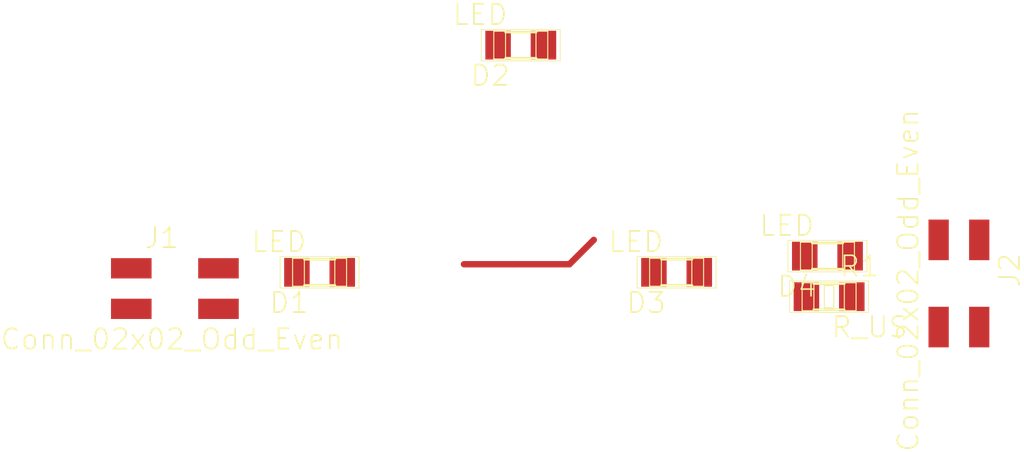
<source format=kicad_pcb>
(kicad_pcb (version 20171130) (host pcbnew 5.0.1)

  (general
    (thickness 1.6)
    (drawings 0)
    (tracks 3)
    (zones 0)
    (modules 7)
    (nets 11)
  )

  (page A4)
  (layers
    (0 F.Cu signal)
    (31 B.Cu signal)
    (32 B.Adhes user)
    (33 F.Adhes user)
    (34 B.Paste user)
    (35 F.Paste user)
    (36 B.SilkS user)
    (37 F.SilkS user)
    (38 B.Mask user)
    (39 F.Mask user)
    (40 Dwgs.User user)
    (41 Cmts.User user)
    (42 Eco1.User user)
    (43 Eco2.User user)
    (44 Edge.Cuts user)
    (45 Margin user)
    (46 B.CrtYd user)
    (47 F.CrtYd user)
    (48 B.Fab user)
    (49 F.Fab user)
  )

  (setup
    (last_trace_width 0.4)
    (trace_clearance 0.4)
    (zone_clearance 0.508)
    (zone_45_only no)
    (trace_min 0.4)
    (segment_width 0.2)
    (edge_width 0.15)
    (via_size 0.8)
    (via_drill 0.4)
    (via_min_size 0.4)
    (via_min_drill 0.3)
    (uvia_size 0.3)
    (uvia_drill 0.1)
    (uvias_allowed no)
    (uvia_min_size 0.2)
    (uvia_min_drill 0.1)
    (pcb_text_width 0.3)
    (pcb_text_size 1.5 1.5)
    (mod_edge_width 0.15)
    (mod_text_size 1 1)
    (mod_text_width 0.15)
    (pad_size 1.524 1.524)
    (pad_drill 0.762)
    (pad_to_mask_clearance 0.051)
    (solder_mask_min_width 0.25)
    (aux_axis_origin 0 0)
    (visible_elements FFFFFF7F)
    (pcbplotparams
      (layerselection 0x010fc_ffffffff)
      (usegerberextensions false)
      (usegerberattributes false)
      (usegerberadvancedattributes false)
      (creategerberjobfile false)
      (excludeedgelayer true)
      (linewidth 0.100000)
      (plotframeref false)
      (viasonmask false)
      (mode 1)
      (useauxorigin false)
      (hpglpennumber 1)
      (hpglpenspeed 20)
      (hpglpendiameter 15.000000)
      (psnegative false)
      (psa4output false)
      (plotreference true)
      (plotvalue true)
      (plotinvisibletext false)
      (padsonsilk false)
      (subtractmaskfromsilk false)
      (outputformat 1)
      (mirror false)
      (drillshape 1)
      (scaleselection 1)
      (outputdirectory ""))
  )

  (net 0 "")
  (net 1 "Net-(D1-Pad1)")
  (net 2 +5V)
  (net 3 "Net-(D2-Pad1)")
  (net 4 "Net-(D3-Pad1)")
  (net 5 "Net-(D4-Pad1)")
  (net 6 Earth)
  (net 7 "Net-(J1-Pad3)")
  (net 8 "Net-(J1-Pad4)")
  (net 9 "Net-(J2-Pad4)")
  (net 10 "Net-(J2-Pad3)")

  (net_class Default "This is the default net class."
    (clearance 0.4)
    (trace_width 0.4)
    (via_dia 0.8)
    (via_drill 0.4)
    (uvia_dia 0.3)
    (uvia_drill 0.1)
    (diff_pair_gap 0.25)
    (diff_pair_width 0.4)
    (add_net +5V)
    (add_net Earth)
    (add_net "Net-(D1-Pad1)")
    (add_net "Net-(D2-Pad1)")
    (add_net "Net-(D3-Pad1)")
    (add_net "Net-(D4-Pad1)")
    (add_net "Net-(J1-Pad3)")
    (add_net "Net-(J1-Pad4)")
    (add_net "Net-(J2-Pad3)")
    (add_net "Net-(J2-Pad4)")
  )

  (module fab:fab-LED1206 (layer F.Cu) (tedit 200000) (tstamp 5C1201F5)
    (at 126.59614 145.288 180)
    (descr "LED 1206 PADS (STANDARD PATTERN)")
    (tags "LED 1206 PADS (STANDARD PATTERN)")
    (path /5C08640E)
    (attr smd)
    (fp_text reference D1 (at 1.905 -1.905 180) (layer F.SilkS)
      (effects (font (size 1.27 1.27) (thickness 0.1016)))
    )
    (fp_text value LED (at 2.54 1.905 180) (layer F.SilkS)
      (effects (font (size 1.27 1.27) (thickness 0.1016)))
    )
    (fp_line (start -1.6891 0.8763) (end -0.9525 0.8763) (layer F.SilkS) (width 0.06604))
    (fp_line (start -0.9525 0.8763) (end -0.9525 -0.8763) (layer F.SilkS) (width 0.06604))
    (fp_line (start -1.6891 -0.8763) (end -0.9525 -0.8763) (layer F.SilkS) (width 0.06604))
    (fp_line (start -1.6891 0.8763) (end -1.6891 -0.8763) (layer F.SilkS) (width 0.06604))
    (fp_line (start 0.9525 0.8763) (end 1.6891 0.8763) (layer F.SilkS) (width 0.06604))
    (fp_line (start 1.6891 0.8763) (end 1.6891 -0.8763) (layer F.SilkS) (width 0.06604))
    (fp_line (start 0.9525 -0.8763) (end 1.6891 -0.8763) (layer F.SilkS) (width 0.06604))
    (fp_line (start 0.9525 0.8763) (end 0.9525 -0.8763) (layer F.SilkS) (width 0.06604))
    (fp_line (start 0.9525 0.8128) (end -0.9652 0.8128) (layer F.SilkS) (width 0.1524))
    (fp_line (start 0.9525 -0.8128) (end -0.9652 -0.8128) (layer F.SilkS) (width 0.1524))
    (fp_line (start -2.47142 -0.98298) (end 2.47142 -0.98298) (layer F.SilkS) (width 0.0508))
    (fp_line (start 2.47142 -0.98298) (end 2.47142 0.98298) (layer F.SilkS) (width 0.0508))
    (fp_line (start 2.47142 0.98298) (end -2.47142 0.98298) (layer F.SilkS) (width 0.0508))
    (fp_line (start -2.47142 0.98298) (end -2.47142 -0.98298) (layer F.SilkS) (width 0.0508))
    (pad 1 smd rect (at -1.41986 0 180) (size 1.59766 1.80086) (layers F.Cu F.Paste F.Mask)
      (net 1 "Net-(D1-Pad1)"))
    (pad 2 smd rect (at 1.41986 0 180) (size 1.59766 1.80086) (layers F.Cu F.Paste F.Mask)
      (net 2 +5V))
  )

  (module fab:fab-LED1206 (layer F.Cu) (tedit 200000) (tstamp 5C120209)
    (at 139.192 131.064 180)
    (descr "LED 1206 PADS (STANDARD PATTERN)")
    (tags "LED 1206 PADS (STANDARD PATTERN)")
    (path /5C0864E0)
    (attr smd)
    (fp_text reference D2 (at 1.905 -1.905 180) (layer F.SilkS)
      (effects (font (size 1.27 1.27) (thickness 0.1016)))
    )
    (fp_text value LED (at 2.54 1.905 180) (layer F.SilkS)
      (effects (font (size 1.27 1.27) (thickness 0.1016)))
    )
    (fp_line (start -2.47142 0.98298) (end -2.47142 -0.98298) (layer F.SilkS) (width 0.0508))
    (fp_line (start 2.47142 0.98298) (end -2.47142 0.98298) (layer F.SilkS) (width 0.0508))
    (fp_line (start 2.47142 -0.98298) (end 2.47142 0.98298) (layer F.SilkS) (width 0.0508))
    (fp_line (start -2.47142 -0.98298) (end 2.47142 -0.98298) (layer F.SilkS) (width 0.0508))
    (fp_line (start 0.9525 -0.8128) (end -0.9652 -0.8128) (layer F.SilkS) (width 0.1524))
    (fp_line (start 0.9525 0.8128) (end -0.9652 0.8128) (layer F.SilkS) (width 0.1524))
    (fp_line (start 0.9525 0.8763) (end 0.9525 -0.8763) (layer F.SilkS) (width 0.06604))
    (fp_line (start 0.9525 -0.8763) (end 1.6891 -0.8763) (layer F.SilkS) (width 0.06604))
    (fp_line (start 1.6891 0.8763) (end 1.6891 -0.8763) (layer F.SilkS) (width 0.06604))
    (fp_line (start 0.9525 0.8763) (end 1.6891 0.8763) (layer F.SilkS) (width 0.06604))
    (fp_line (start -1.6891 0.8763) (end -1.6891 -0.8763) (layer F.SilkS) (width 0.06604))
    (fp_line (start -1.6891 -0.8763) (end -0.9525 -0.8763) (layer F.SilkS) (width 0.06604))
    (fp_line (start -0.9525 0.8763) (end -0.9525 -0.8763) (layer F.SilkS) (width 0.06604))
    (fp_line (start -1.6891 0.8763) (end -0.9525 0.8763) (layer F.SilkS) (width 0.06604))
    (pad 2 smd rect (at 1.41986 0 180) (size 1.59766 1.80086) (layers F.Cu F.Paste F.Mask)
      (net 1 "Net-(D1-Pad1)"))
    (pad 1 smd rect (at -1.41986 0 180) (size 1.59766 1.80086) (layers F.Cu F.Paste F.Mask)
      (net 3 "Net-(D2-Pad1)"))
  )

  (module fab:fab-LED1206 (layer F.Cu) (tedit 200000) (tstamp 5C12021D)
    (at 148.94814 145.288 180)
    (descr "LED 1206 PADS (STANDARD PATTERN)")
    (tags "LED 1206 PADS (STANDARD PATTERN)")
    (path /5C08652B)
    (attr smd)
    (fp_text reference D3 (at 1.905 -1.905 180) (layer F.SilkS)
      (effects (font (size 1.27 1.27) (thickness 0.1016)))
    )
    (fp_text value LED (at 2.54 1.905 180) (layer F.SilkS)
      (effects (font (size 1.27 1.27) (thickness 0.1016)))
    )
    (fp_line (start -1.6891 0.8763) (end -0.9525 0.8763) (layer F.SilkS) (width 0.06604))
    (fp_line (start -0.9525 0.8763) (end -0.9525 -0.8763) (layer F.SilkS) (width 0.06604))
    (fp_line (start -1.6891 -0.8763) (end -0.9525 -0.8763) (layer F.SilkS) (width 0.06604))
    (fp_line (start -1.6891 0.8763) (end -1.6891 -0.8763) (layer F.SilkS) (width 0.06604))
    (fp_line (start 0.9525 0.8763) (end 1.6891 0.8763) (layer F.SilkS) (width 0.06604))
    (fp_line (start 1.6891 0.8763) (end 1.6891 -0.8763) (layer F.SilkS) (width 0.06604))
    (fp_line (start 0.9525 -0.8763) (end 1.6891 -0.8763) (layer F.SilkS) (width 0.06604))
    (fp_line (start 0.9525 0.8763) (end 0.9525 -0.8763) (layer F.SilkS) (width 0.06604))
    (fp_line (start 0.9525 0.8128) (end -0.9652 0.8128) (layer F.SilkS) (width 0.1524))
    (fp_line (start 0.9525 -0.8128) (end -0.9652 -0.8128) (layer F.SilkS) (width 0.1524))
    (fp_line (start -2.47142 -0.98298) (end 2.47142 -0.98298) (layer F.SilkS) (width 0.0508))
    (fp_line (start 2.47142 -0.98298) (end 2.47142 0.98298) (layer F.SilkS) (width 0.0508))
    (fp_line (start 2.47142 0.98298) (end -2.47142 0.98298) (layer F.SilkS) (width 0.0508))
    (fp_line (start -2.47142 0.98298) (end -2.47142 -0.98298) (layer F.SilkS) (width 0.0508))
    (pad 1 smd rect (at -1.41986 0 180) (size 1.59766 1.80086) (layers F.Cu F.Paste F.Mask)
      (net 4 "Net-(D3-Pad1)"))
    (pad 2 smd rect (at 1.41986 0 180) (size 1.59766 1.80086) (layers F.Cu F.Paste F.Mask)
      (net 3 "Net-(D2-Pad1)"))
  )

  (module fab:fab-LED1206 (layer F.Cu) (tedit 200000) (tstamp 5C120231)
    (at 158.39186 144.272 180)
    (descr "LED 1206 PADS (STANDARD PATTERN)")
    (tags "LED 1206 PADS (STANDARD PATTERN)")
    (path /5C086532)
    (attr smd)
    (fp_text reference D4 (at 1.905 -1.905 180) (layer F.SilkS)
      (effects (font (size 1.27 1.27) (thickness 0.1016)))
    )
    (fp_text value LED (at 2.54 1.905 180) (layer F.SilkS)
      (effects (font (size 1.27 1.27) (thickness 0.1016)))
    )
    (fp_line (start -2.47142 0.98298) (end -2.47142 -0.98298) (layer F.SilkS) (width 0.0508))
    (fp_line (start 2.47142 0.98298) (end -2.47142 0.98298) (layer F.SilkS) (width 0.0508))
    (fp_line (start 2.47142 -0.98298) (end 2.47142 0.98298) (layer F.SilkS) (width 0.0508))
    (fp_line (start -2.47142 -0.98298) (end 2.47142 -0.98298) (layer F.SilkS) (width 0.0508))
    (fp_line (start 0.9525 -0.8128) (end -0.9652 -0.8128) (layer F.SilkS) (width 0.1524))
    (fp_line (start 0.9525 0.8128) (end -0.9652 0.8128) (layer F.SilkS) (width 0.1524))
    (fp_line (start 0.9525 0.8763) (end 0.9525 -0.8763) (layer F.SilkS) (width 0.06604))
    (fp_line (start 0.9525 -0.8763) (end 1.6891 -0.8763) (layer F.SilkS) (width 0.06604))
    (fp_line (start 1.6891 0.8763) (end 1.6891 -0.8763) (layer F.SilkS) (width 0.06604))
    (fp_line (start 0.9525 0.8763) (end 1.6891 0.8763) (layer F.SilkS) (width 0.06604))
    (fp_line (start -1.6891 0.8763) (end -1.6891 -0.8763) (layer F.SilkS) (width 0.06604))
    (fp_line (start -1.6891 -0.8763) (end -0.9525 -0.8763) (layer F.SilkS) (width 0.06604))
    (fp_line (start -0.9525 0.8763) (end -0.9525 -0.8763) (layer F.SilkS) (width 0.06604))
    (fp_line (start -1.6891 0.8763) (end -0.9525 0.8763) (layer F.SilkS) (width 0.06604))
    (pad 2 smd rect (at 1.41986 0 180) (size 1.59766 1.80086) (layers F.Cu F.Paste F.Mask)
      (net 4 "Net-(D3-Pad1)"))
    (pad 1 smd rect (at -1.41986 0 180) (size 1.59766 1.80086) (layers F.Cu F.Paste F.Mask)
      (net 5 "Net-(D4-Pad1)"))
  )

  (module fab:fab-2X02SMD (layer F.Cu) (tedit 200000) (tstamp 5C120239)
    (at 117.348 146.304)
    (path /5C0868E6)
    (attr smd)
    (fp_text reference J1 (at -0.635 -3.175) (layer F.SilkS)
      (effects (font (size 1.27 1.27) (thickness 0.1016)))
    )
    (fp_text value Conn_02x02_Odd_Even (at 0 3.175) (layer F.SilkS)
      (effects (font (size 1.27 1.27) (thickness 0.1016)))
    )
    (pad 1 smd rect (at -2.54 -1.27) (size 2.54 1.27) (layers F.Cu F.Paste F.Mask)
      (net 2 +5V))
    (pad 2 smd rect (at 2.91846 -1.27) (size 2.54 1.27) (layers F.Cu F.Paste F.Mask)
      (net 6 Earth))
    (pad 3 smd rect (at -2.54 1.27) (size 2.54 1.27) (layers F.Cu F.Paste F.Mask)
      (net 7 "Net-(J1-Pad3)"))
    (pad 4 smd rect (at 2.91846 1.27) (size 2.54 1.27) (layers F.Cu F.Paste F.Mask)
      (net 8 "Net-(J1-Pad4)"))
  )

  (module fab:fab-2X02SMD (layer F.Cu) (tedit 200000) (tstamp 5C120241)
    (at 166.624 145.796 270)
    (path /5C086C21)
    (attr smd)
    (fp_text reference J2 (at -0.635 -3.175 270) (layer F.SilkS)
      (effects (font (size 1.27 1.27) (thickness 0.1016)))
    )
    (fp_text value Conn_02x02_Odd_Even (at 0 3.175 270) (layer F.SilkS)
      (effects (font (size 1.27 1.27) (thickness 0.1016)))
    )
    (pad 4 smd rect (at 2.91846 1.27 270) (size 2.54 1.27) (layers F.Cu F.Paste F.Mask)
      (net 9 "Net-(J2-Pad4)"))
    (pad 3 smd rect (at -2.54 1.27 270) (size 2.54 1.27) (layers F.Cu F.Paste F.Mask)
      (net 10 "Net-(J2-Pad3)"))
    (pad 2 smd rect (at 2.91846 -1.27 270) (size 2.54 1.27) (layers F.Cu F.Paste F.Mask)
      (net 6 Earth))
    (pad 1 smd rect (at -2.54 -1.27 270) (size 2.54 1.27) (layers F.Cu F.Paste F.Mask)
      (net 2 +5V))
  )

  (module fab:fab-R1206 (layer F.Cu) (tedit 200000) (tstamp 5C120259)
    (at 158.496 146.812)
    (descr RESISTOR)
    (tags RESISTOR)
    (path /5C086E9E)
    (attr smd)
    (fp_text reference R1 (at 1.905 -1.905) (layer F.SilkS)
      (effects (font (size 1.27 1.27) (thickness 0.1016)))
    )
    (fp_text value R_US (at 2.54 1.905) (layer F.SilkS)
      (effects (font (size 1.27 1.27) (thickness 0.1016)))
    )
    (fp_line (start -1.6891 0.8763) (end -0.9525 0.8763) (layer F.SilkS) (width 0.06604))
    (fp_line (start -0.9525 0.8763) (end -0.9525 -0.8763) (layer F.SilkS) (width 0.06604))
    (fp_line (start -1.6891 -0.8763) (end -0.9525 -0.8763) (layer F.SilkS) (width 0.06604))
    (fp_line (start -1.6891 0.8763) (end -1.6891 -0.8763) (layer F.SilkS) (width 0.06604))
    (fp_line (start 0.9525 0.8763) (end 1.6891 0.8763) (layer F.SilkS) (width 0.06604))
    (fp_line (start 1.6891 0.8763) (end 1.6891 -0.8763) (layer F.SilkS) (width 0.06604))
    (fp_line (start 0.9525 -0.8763) (end 1.6891 -0.8763) (layer F.SilkS) (width 0.06604))
    (fp_line (start 0.9525 0.8763) (end 0.9525 -0.8763) (layer F.SilkS) (width 0.06604))
    (fp_line (start -0.29972 0.6985) (end 0.29972 0.6985) (layer F.SilkS) (width 0.06604))
    (fp_line (start 0.29972 0.6985) (end 0.29972 -0.6985) (layer F.SilkS) (width 0.06604))
    (fp_line (start -0.29972 -0.6985) (end 0.29972 -0.6985) (layer F.SilkS) (width 0.06604))
    (fp_line (start -0.29972 0.6985) (end -0.29972 -0.6985) (layer F.SilkS) (width 0.06604))
    (fp_line (start 0.9525 0.8128) (end -0.9652 0.8128) (layer F.SilkS) (width 0.1524))
    (fp_line (start 0.9525 -0.8128) (end -0.9652 -0.8128) (layer F.SilkS) (width 0.1524))
    (fp_line (start -2.47142 -0.98298) (end 2.47142 -0.98298) (layer F.SilkS) (width 0.0508))
    (fp_line (start 2.47142 -0.98298) (end 2.47142 0.98298) (layer F.SilkS) (width 0.0508))
    (fp_line (start 2.47142 0.98298) (end -2.47142 0.98298) (layer F.SilkS) (width 0.0508))
    (fp_line (start -2.47142 0.98298) (end -2.47142 -0.98298) (layer F.SilkS) (width 0.0508))
    (pad 1 smd rect (at -1.41986 0) (size 1.59766 1.80086) (layers F.Cu F.Paste F.Mask)
      (net 6 Earth))
    (pad 2 smd rect (at 1.41986 0) (size 1.59766 1.80086) (layers F.Cu F.Paste F.Mask)
      (net 5 "Net-(D4-Pad1)"))
  )

  (segment (start 142.24 144.78) (end 138.684 144.78) (width 0.4) (layer F.Cu) (net 0))
  (segment (start 135.636 144.78) (end 138.684 144.78) (width 0.4) (layer F.Cu) (net 0))
  (segment (start 142.24 144.78) (end 143.764 143.256) (width 0.4) (layer F.Cu) (net 0))

)

</source>
